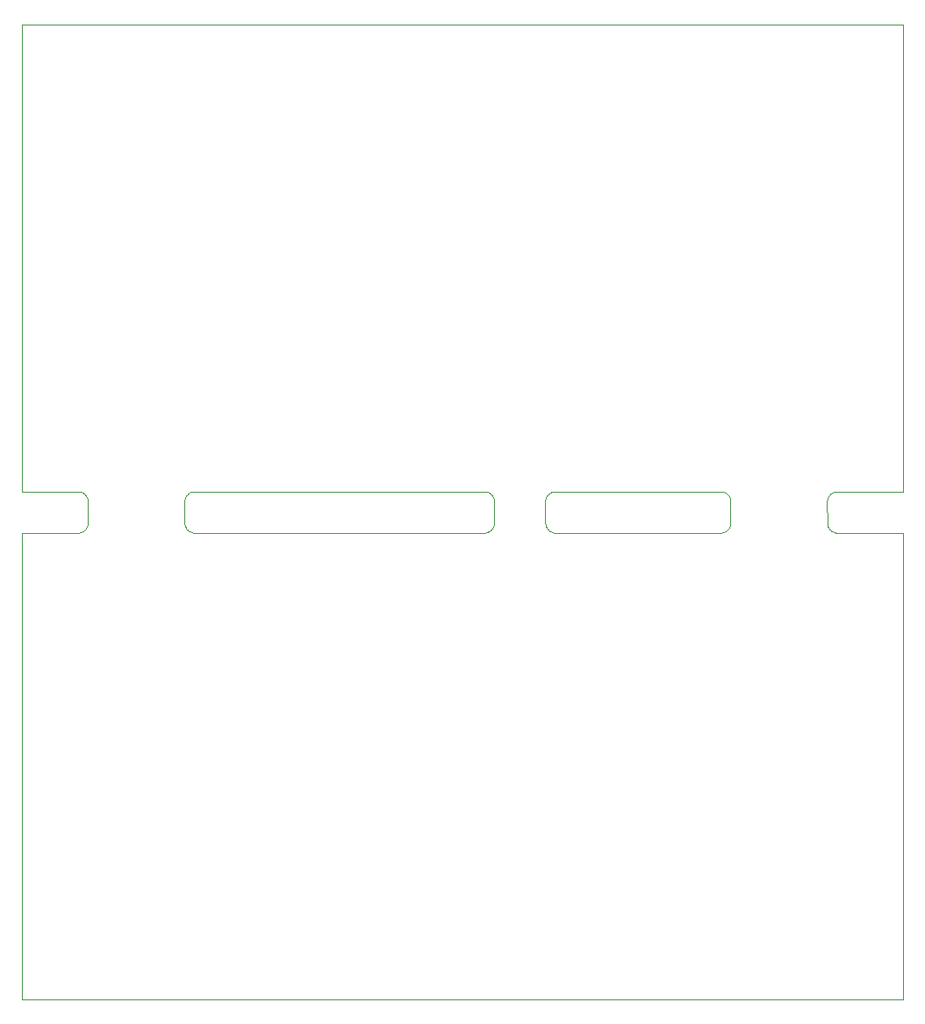
<source format=gko>
%MOIN*%
%OFA0B0*%
%FSLAX44Y44*%
%IPPOS*%
%LPD*%
%ADD10C,0*%
D10*
X00026515Y00019298D02*
X00026515Y00019298D01*
X00026546Y00019297D01*
X00026577Y00019293D01*
X00026607Y00019287D01*
X00026637Y00019279D01*
X00026666Y00019268D01*
X00026694Y00019255D01*
X00026722Y00019239D01*
X00026747Y00019222D01*
X00026772Y00019203D01*
X00026794Y00019182D01*
X00026815Y00019159D01*
X00026834Y00019134D01*
X00026852Y00019109D01*
X00026867Y00019081D01*
X00026880Y00019053D01*
X00026890Y00019024D01*
X00026898Y00018994D01*
X00026904Y00018964D01*
X00026908Y00018933D01*
X00026909Y00018902D01*
X00026904Y00018114D01*
X00026902Y00018084D01*
X00026899Y00018053D01*
X00026892Y00018023D01*
X00026884Y00017993D01*
X00026873Y00017964D01*
X00026860Y00017937D01*
X00026845Y00017910D01*
X00026828Y00017884D01*
X00026809Y00017860D01*
X00026788Y00017838D01*
X00026765Y00017817D01*
X00026741Y00017798D01*
X00026715Y00017781D01*
X00026688Y00017766D01*
X00026660Y00017753D01*
X00026631Y00017742D01*
X00026602Y00017734D01*
X00026571Y00017728D01*
X00026541Y00017724D01*
X00026510Y00017723D01*
X00020265Y00017723D01*
X00020234Y00017724D01*
X00020204Y00017728D01*
X00020174Y00017734D01*
X00020144Y00017742D01*
X00020115Y00017753D01*
X00020087Y00017765D01*
X00020061Y00017780D01*
X00020035Y00017797D01*
X00020011Y00017816D01*
X00019988Y00017837D01*
X00019967Y00017859D01*
X00019948Y00017883D01*
X00019931Y00017909D01*
X00019916Y00017936D01*
X00019902Y00017963D01*
X00019892Y00017992D01*
X00019883Y00018022D01*
X00019877Y00018052D01*
X00019873Y00018082D01*
X00019871Y00018113D01*
X00019863Y00018900D01*
X00019864Y00018931D01*
X00019867Y00018962D01*
X00019873Y00018993D01*
X00019881Y00019023D01*
X00019892Y00019052D01*
X00019905Y00019080D01*
X00019920Y00019108D01*
X00019937Y00019134D01*
X00019956Y00019158D01*
X00019977Y00019181D01*
X00020000Y00019202D01*
X00020024Y00019222D01*
X00020050Y00019239D01*
X00020077Y00019254D01*
X00020105Y00019268D01*
X00020134Y00019278D01*
X00020164Y00019287D01*
X00020195Y00019293D01*
X00020226Y00019297D01*
X00020257Y00019298D01*
X00026515Y00019298D01*
X00006560Y00017723D02*
X00006560Y00017723D01*
X00006529Y00017724D01*
X00006498Y00017728D01*
X00006468Y00017734D01*
X00006439Y00017742D01*
X00006410Y00017753D01*
X00006382Y00017766D01*
X00006355Y00017781D01*
X00006329Y00017798D01*
X00006305Y00017817D01*
X00006282Y00017838D01*
X00006261Y00017860D01*
X00006242Y00017884D01*
X00006225Y00017910D01*
X00006210Y00017937D01*
X00006197Y00017964D01*
X00006186Y00017993D01*
X00006177Y00018023D01*
X00006171Y00018053D01*
X00006168Y00018084D01*
X00006166Y00018114D01*
X00006161Y00018902D01*
X00006162Y00018933D01*
X00006166Y00018964D01*
X00006171Y00018994D01*
X00006180Y00019024D01*
X00006190Y00019053D01*
X00006203Y00019081D01*
X00006218Y00019109D01*
X00006235Y00019134D01*
X00006255Y00019159D01*
X00006276Y00019182D01*
X00006298Y00019203D01*
X00006323Y00019222D01*
X00006348Y00019239D01*
X00006375Y00019255D01*
X00006404Y00019268D01*
X00006433Y00019279D01*
X00006463Y00019287D01*
X00006493Y00019293D01*
X00006524Y00019297D01*
X00006555Y00019298D01*
X00017537Y00019298D01*
X00017569Y00019297D01*
X00017599Y00019293D01*
X00017630Y00019287D01*
X00017660Y00019278D01*
X00017689Y00019268D01*
X00017717Y00019254D01*
X00017744Y00019239D01*
X00017770Y00019222D01*
X00017795Y00019202D01*
X00017817Y00019181D01*
X00017838Y00019158D01*
X00017857Y00019134D01*
X00017875Y00019108D01*
X00017890Y00019080D01*
X00017902Y00019052D01*
X00017913Y00019023D01*
X00017921Y00018993D01*
X00017927Y00018962D01*
X00017930Y00018931D01*
X00017931Y00018900D01*
X00017923Y00018113D01*
X00017921Y00018082D01*
X00017918Y00018052D01*
X00017911Y00018022D01*
X00017903Y00017992D01*
X00017892Y00017963D01*
X00017879Y00017936D01*
X00017864Y00017909D01*
X00017846Y00017883D01*
X00017827Y00017859D01*
X00017806Y00017837D01*
X00017784Y00017816D01*
X00017759Y00017797D01*
X00017734Y00017780D01*
X00017707Y00017765D01*
X00017679Y00017753D01*
X00017650Y00017742D01*
X00017621Y00017734D01*
X00017590Y00017728D01*
X00017560Y00017724D01*
X00017529Y00017723D01*
X00006560Y00017723D01*
X00002106Y00019298D02*
X00002106Y00019298D01*
X00002137Y00019297D01*
X00002167Y00019293D01*
X00002198Y00019287D01*
X00002228Y00019279D01*
X00002257Y00019268D01*
X00002285Y00019255D01*
X00002312Y00019239D01*
X00002338Y00019222D01*
X00002362Y00019203D01*
X00002385Y00019182D01*
X00002406Y00019159D01*
X00002425Y00019134D01*
X00002442Y00019109D01*
X00002457Y00019081D01*
X00002470Y00019053D01*
X00002481Y00019024D01*
X00002489Y00018994D01*
X00002495Y00018964D01*
X00002498Y00018933D01*
X00002499Y00018902D01*
X00002494Y00018114D01*
X00002493Y00018084D01*
X00002489Y00018053D01*
X00002483Y00018023D01*
X00002474Y00017993D01*
X00002464Y00017964D01*
X00002451Y00017937D01*
X00002435Y00017910D01*
X00002418Y00017884D01*
X00002399Y00017860D01*
X00002378Y00017838D01*
X00002355Y00017817D01*
X00002331Y00017798D01*
X00002306Y00017781D01*
X00002279Y00017766D01*
X00002251Y00017753D01*
X00002222Y00017742D01*
X00002192Y00017734D01*
X00002162Y00017728D01*
X00002131Y00017724D01*
X00002101Y00017723D01*
X-00000004Y00017723D01*
X-00000004Y00000007D01*
X00033459Y00000007D01*
X00033459Y00017723D01*
X00030969Y00017723D01*
X00030938Y00017724D01*
X00030908Y00017728D01*
X00030878Y00017734D01*
X00030848Y00017742D01*
X00030819Y00017753D01*
X00030791Y00017766D01*
X00030764Y00017781D01*
X00030739Y00017798D01*
X00030714Y00017817D01*
X00030692Y00017838D01*
X00030671Y00017860D01*
X00030652Y00017884D01*
X00030634Y00017910D01*
X00030619Y00017937D01*
X00030606Y00017964D01*
X00030595Y00017993D01*
X00030587Y00018023D01*
X00030581Y00018053D01*
X00030577Y00018084D01*
X00030576Y00018114D01*
X00030571Y00018902D01*
X00030572Y00018933D01*
X00030575Y00018964D01*
X00030581Y00018994D01*
X00030589Y00019024D01*
X00030600Y00019053D01*
X00030613Y00019081D01*
X00030628Y00019109D01*
X00030645Y00019134D01*
X00030664Y00019159D01*
X00030685Y00019182D01*
X00030708Y00019203D01*
X00030732Y00019222D01*
X00030758Y00019239D01*
X00030785Y00019255D01*
X00030813Y00019268D01*
X00030842Y00019279D01*
X00030872Y00019287D01*
X00030902Y00019293D01*
X00030933Y00019297D01*
X00030964Y00019298D01*
X00033459Y00019298D01*
X00033459Y00037014D01*
X-00000004Y00037014D01*
X-00000004Y00019298D01*
X00002106Y00019298D01*
M02*
</source>
